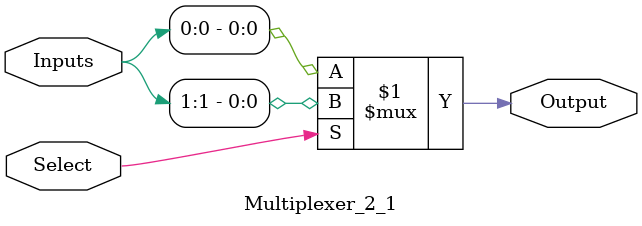
<source format=v>
`timescale 1ns / 1ps

module Multiplexer_2_1(
    input [1:0] Inputs,
    input Select,
    output Output
    );
    
    assign Output = Select ? Inputs[1] : Inputs[0];
    
endmodule

</source>
